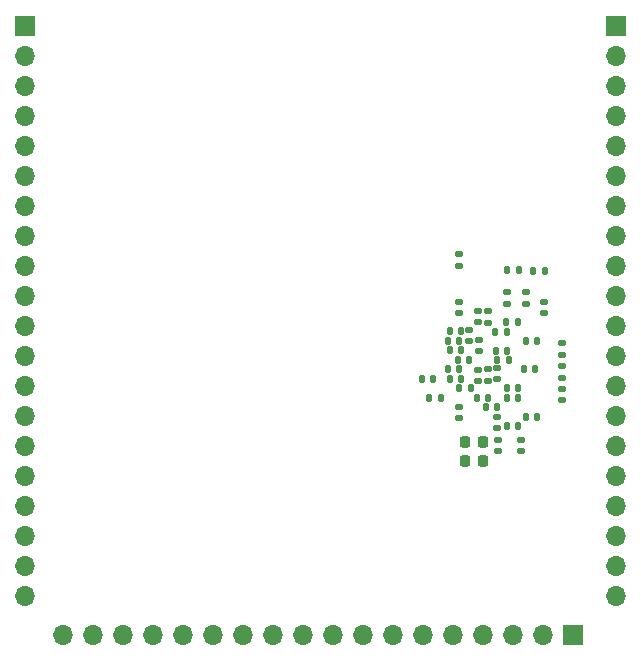
<source format=gbr>
%TF.GenerationSoftware,KiCad,Pcbnew,(7.0.0)*%
%TF.CreationDate,2023-03-20T12:13:36+05:30*%
%TF.ProjectId,IMRT1160_DB,494d5254-3131-4363-905f-44422e6b6963,rev?*%
%TF.SameCoordinates,Original*%
%TF.FileFunction,Soldermask,Bot*%
%TF.FilePolarity,Negative*%
%FSLAX46Y46*%
G04 Gerber Fmt 4.6, Leading zero omitted, Abs format (unit mm)*
G04 Created by KiCad (PCBNEW (7.0.0)) date 2023-03-20 12:13:36*
%MOMM*%
%LPD*%
G01*
G04 APERTURE LIST*
G04 Aperture macros list*
%AMRoundRect*
0 Rectangle with rounded corners*
0 $1 Rounding radius*
0 $2 $3 $4 $5 $6 $7 $8 $9 X,Y pos of 4 corners*
0 Add a 4 corners polygon primitive as box body*
4,1,4,$2,$3,$4,$5,$6,$7,$8,$9,$2,$3,0*
0 Add four circle primitives for the rounded corners*
1,1,$1+$1,$2,$3*
1,1,$1+$1,$4,$5*
1,1,$1+$1,$6,$7*
1,1,$1+$1,$8,$9*
0 Add four rect primitives between the rounded corners*
20,1,$1+$1,$2,$3,$4,$5,0*
20,1,$1+$1,$4,$5,$6,$7,0*
20,1,$1+$1,$6,$7,$8,$9,0*
20,1,$1+$1,$8,$9,$2,$3,0*%
G04 Aperture macros list end*
%ADD10R,1.700000X1.700000*%
%ADD11O,1.700000X1.700000*%
%ADD12RoundRect,0.140000X0.140000X0.170000X-0.140000X0.170000X-0.140000X-0.170000X0.140000X-0.170000X0*%
%ADD13RoundRect,0.135000X0.185000X-0.135000X0.185000X0.135000X-0.185000X0.135000X-0.185000X-0.135000X0*%
%ADD14RoundRect,0.140000X-0.140000X-0.170000X0.140000X-0.170000X0.140000X0.170000X-0.140000X0.170000X0*%
%ADD15RoundRect,0.140000X0.170000X-0.140000X0.170000X0.140000X-0.170000X0.140000X-0.170000X-0.140000X0*%
%ADD16RoundRect,0.140000X-0.170000X0.140000X-0.170000X-0.140000X0.170000X-0.140000X0.170000X0.140000X0*%
%ADD17RoundRect,0.135000X0.135000X0.185000X-0.135000X0.185000X-0.135000X-0.185000X0.135000X-0.185000X0*%
%ADD18RoundRect,0.135000X-0.135000X-0.185000X0.135000X-0.185000X0.135000X0.185000X-0.135000X0.185000X0*%
%ADD19RoundRect,0.225000X0.225000X0.250000X-0.225000X0.250000X-0.225000X-0.250000X0.225000X-0.250000X0*%
G04 APERTURE END LIST*
D10*
%TO.C,J5*%
X164624999Y-76679999D03*
D11*
X164624999Y-79219999D03*
X164624999Y-81759999D03*
X164624999Y-84299999D03*
X164624999Y-86839999D03*
X164624999Y-89379999D03*
X164624999Y-91919999D03*
X164624999Y-94459999D03*
X164624999Y-96999999D03*
X164624999Y-99539999D03*
X164624999Y-102079999D03*
X164624999Y-104619999D03*
X164624999Y-107159999D03*
X164624999Y-109699999D03*
X164624999Y-112239999D03*
X164624999Y-114779999D03*
X164624999Y-117319999D03*
X164624999Y-119859999D03*
X164624999Y-122399999D03*
X164624999Y-124939999D03*
%TD*%
D10*
%TO.C,J4*%
X114649999Y-76674999D03*
D11*
X114649999Y-79214999D03*
X114649999Y-81754999D03*
X114649999Y-84294999D03*
X114649999Y-86834999D03*
X114649999Y-89374999D03*
X114649999Y-91914999D03*
X114649999Y-94454999D03*
X114649999Y-96994999D03*
X114649999Y-99534999D03*
X114649999Y-102074999D03*
X114649999Y-104614999D03*
X114649999Y-107154999D03*
X114649999Y-109694999D03*
X114649999Y-112234999D03*
X114649999Y-114774999D03*
X114649999Y-117314999D03*
X114649999Y-119854999D03*
X114649999Y-122394999D03*
X114649999Y-124934999D03*
%TD*%
D10*
%TO.C,J3*%
X161024999Y-128249999D03*
D11*
X158484999Y-128249999D03*
X155944999Y-128249999D03*
X153404999Y-128249999D03*
X150864999Y-128249999D03*
X148324999Y-128249999D03*
X145784999Y-128249999D03*
X143244999Y-128249999D03*
X140704999Y-128249999D03*
X138164999Y-128249999D03*
X135624999Y-128249999D03*
X133084999Y-128249999D03*
X130544999Y-128249999D03*
X128004999Y-128249999D03*
X125464999Y-128249999D03*
X122924999Y-128249999D03*
X120384999Y-128249999D03*
X117844999Y-128249999D03*
%TD*%
D12*
%TO.C,C29*%
X153830000Y-108150000D03*
X152870000Y-108150000D03*
%TD*%
D13*
%TO.C,FB4*%
X160075000Y-106460000D03*
X160075000Y-105440000D03*
%TD*%
D12*
%TO.C,C35*%
X156365000Y-108145000D03*
X155405000Y-108145000D03*
%TD*%
D14*
%TO.C,C17*%
X157005000Y-109745000D03*
X157965000Y-109745000D03*
%TD*%
D15*
%TO.C,C5*%
X152235000Y-103345000D03*
X152235000Y-102385000D03*
%TD*%
%TO.C,C26*%
X154600000Y-106580000D03*
X154600000Y-105620000D03*
%TD*%
D16*
%TO.C,C2*%
X151350000Y-95995000D03*
X151350000Y-96955000D03*
%TD*%
D12*
%TO.C,C14*%
X155565000Y-104925000D03*
X154605000Y-104925000D03*
%TD*%
%TO.C,C3*%
X151390000Y-103345000D03*
X150430000Y-103345000D03*
%TD*%
D16*
%TO.C,C15*%
X154675000Y-111720000D03*
X154675000Y-112680000D03*
%TD*%
D12*
%TO.C,C48*%
X149180000Y-106540000D03*
X148220000Y-106540000D03*
%TD*%
D14*
%TO.C,C40*%
X151410000Y-107345000D03*
X152370000Y-107345000D03*
%TD*%
%TO.C,C24*%
X155405000Y-107350000D03*
X156365000Y-107350000D03*
%TD*%
D15*
%TO.C,C25*%
X153000000Y-101730000D03*
X153000000Y-100770000D03*
%TD*%
D12*
%TO.C,C45*%
X149830000Y-108150000D03*
X148870000Y-108150000D03*
%TD*%
D16*
%TO.C,C31*%
X154600000Y-109770000D03*
X154600000Y-110730000D03*
%TD*%
D17*
%TO.C,R13*%
X158660000Y-97375000D03*
X157640000Y-97375000D03*
%TD*%
D12*
%TO.C,C20*%
X157830000Y-105750000D03*
X156870000Y-105750000D03*
%TD*%
D14*
%TO.C,C12*%
X150570000Y-102495000D03*
X151530000Y-102495000D03*
%TD*%
D12*
%TO.C,C36*%
X155440000Y-104145000D03*
X154480000Y-104145000D03*
%TD*%
D14*
%TO.C,C37*%
X150600000Y-106545000D03*
X151560000Y-106545000D03*
%TD*%
D16*
%TO.C,C8*%
X153810000Y-105740000D03*
X153810000Y-106700000D03*
%TD*%
D15*
%TO.C,C30*%
X155400000Y-100180000D03*
X155400000Y-99220000D03*
%TD*%
D13*
%TO.C,FB3*%
X160100000Y-104510000D03*
X160100000Y-103490000D03*
%TD*%
D16*
%TO.C,C18*%
X151410000Y-108940000D03*
X151410000Y-109900000D03*
%TD*%
%TO.C,C16*%
X160100000Y-107390000D03*
X160100000Y-108350000D03*
%TD*%
D12*
%TO.C,C33*%
X157980000Y-103350000D03*
X157020000Y-103350000D03*
%TD*%
D18*
%TO.C,R16*%
X155415000Y-97350000D03*
X156435000Y-97350000D03*
%TD*%
D15*
%TO.C,C69*%
X158600000Y-100955000D03*
X158600000Y-99995000D03*
%TD*%
%TO.C,C27*%
X151400000Y-100980000D03*
X151400000Y-100020000D03*
%TD*%
D12*
%TO.C,C32*%
X155415000Y-102570000D03*
X154455000Y-102570000D03*
%TD*%
%TO.C,C41*%
X151400000Y-105740000D03*
X150440000Y-105740000D03*
%TD*%
D16*
%TO.C,C19*%
X156625000Y-111695000D03*
X156625000Y-112655000D03*
%TD*%
D15*
%TO.C,C6*%
X153085000Y-104175000D03*
X153085000Y-103215000D03*
%TD*%
D14*
%TO.C,C4*%
X155405000Y-110545000D03*
X156365000Y-110545000D03*
%TD*%
D12*
%TO.C,C44*%
X152215000Y-104970000D03*
X151255000Y-104970000D03*
%TD*%
D14*
%TO.C,C22*%
X155370000Y-101745000D03*
X156330000Y-101745000D03*
%TD*%
%TO.C,C13*%
X150620000Y-104130000D03*
X151580000Y-104130000D03*
%TD*%
D19*
%TO.C,C42*%
X153425000Y-111900000D03*
X151875000Y-111900000D03*
%TD*%
D16*
%TO.C,C9*%
X152985000Y-105765000D03*
X152985000Y-106725000D03*
%TD*%
D15*
%TO.C,C28*%
X153850000Y-101780000D03*
X153850000Y-100820000D03*
%TD*%
%TO.C,C23*%
X157000000Y-100180000D03*
X157000000Y-99220000D03*
%TD*%
D19*
%TO.C,C43*%
X153425000Y-113475000D03*
X151875000Y-113475000D03*
%TD*%
D14*
%TO.C,C34*%
X153620000Y-108950000D03*
X154580000Y-108950000D03*
%TD*%
M02*

</source>
